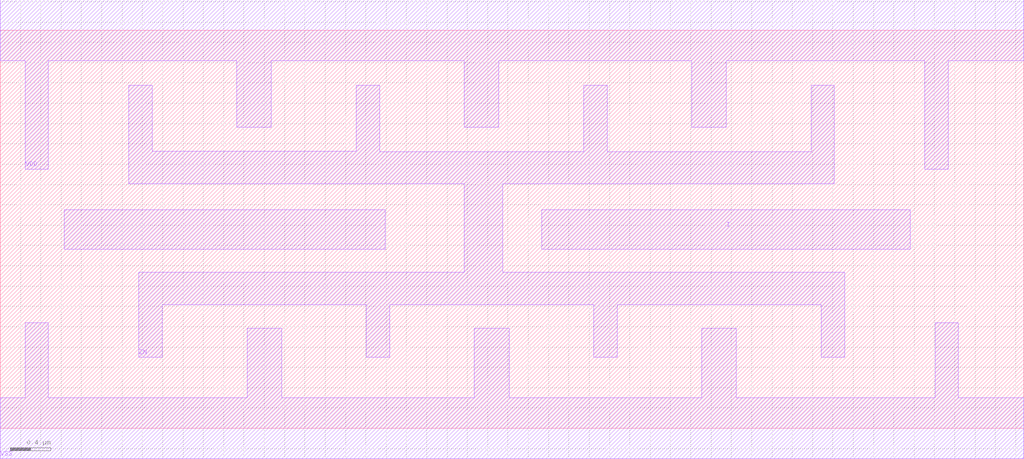
<source format=lef>
# Copyright 2022 GlobalFoundries PDK Authors
#
# Licensed under the Apache License, Version 2.0 (the "License");
# you may not use this file except in compliance with the License.
# You may obtain a copy of the License at
#
#      http://www.apache.org/licenses/LICENSE-2.0
#
# Unless required by applicable law or agreed to in writing, software
# distributed under the License is distributed on an "AS IS" BASIS,
# WITHOUT WARRANTIES OR CONDITIONS OF ANY KIND, either express or implied.
# See the License for the specific language governing permissions and
# limitations under the License.

MACRO gf180mcu_fd_sc_mcu7t5v0__clkinv_8
  CLASS core ;
  FOREIGN gf180mcu_fd_sc_mcu7t5v0__clkinv_8 0.0 0.0 ;
  ORIGIN 0 0 ;
  SYMMETRY X Y ;
  SITE GF018hv5v_mcu_sc7 ;
  SIZE 10.08 BY 3.92 ;
  PIN I
    DIRECTION INPUT ;
    ANTENNAGATEAREA 7.184 ;
    PORT
      LAYER METAL1 ;
        POLYGON 0.63 1.765 3.79 1.765 3.79 2.15 0.63 2.15  ;
        POLYGON 5.33 1.765 8.96 1.765 8.96 2.15 5.33 2.15  ;
    END
  END I
  PIN ZN
    DIRECTION OUTPUT ;
    ANTENNADIFFAREA 4.024 ;
    PORT
      LAYER METAL1 ;
        POLYGON 1.265 2.41 4.57 2.41 4.57 1.535 1.365 1.535 1.365 0.7 1.595 0.7 1.595 1.215 3.605 1.215 3.605 0.7 3.835 0.7 3.835 1.215 5.845 1.215 5.845 0.7 6.075 0.7 6.075 1.215 8.085 1.215 8.085 0.7 8.315 0.7 8.315 1.535 4.95 1.535 4.95 2.41 8.215 2.41 8.215 3.38 7.985 3.38 7.985 2.725 5.975 2.725 5.975 3.38 5.745 3.38 5.745 2.725 3.735 2.725 3.735 3.38 3.505 3.38 3.505 2.73 1.495 2.73 1.495 3.38 1.265 3.38  ;
    END
  END ZN
  PIN VDD
    DIRECTION INOUT ;
    USE power ;
    SHAPE ABUTMENT ;
    PORT
      LAYER METAL1 ;
        POLYGON 0 3.62 0.245 3.62 0.245 2.55 0.475 2.55 0.475 3.62 2.33 3.62 2.33 2.965 2.67 2.965 2.67 3.62 4.57 3.62 4.57 2.965 4.91 2.965 4.91 3.62 6.81 3.62 6.81 2.965 7.15 2.965 7.15 3.62 9.105 3.62 9.105 2.55 9.335 2.55 9.335 3.62 10.08 3.62 10.08 4.22 0 4.22  ;
    END
  END VDD
  PIN VSS
    DIRECTION INOUT ;
    USE ground ;
    SHAPE ABUTMENT ;
    PORT
      LAYER METAL1 ;
        POLYGON 0 -0.3 10.08 -0.3 10.08 0.3 9.435 0.3 9.435 1.04 9.205 1.04 9.205 0.3 7.25 0.3 7.25 0.985 6.91 0.985 6.91 0.3 5.01 0.3 5.01 0.985 4.67 0.985 4.67 0.3 2.77 0.3 2.77 0.985 2.43 0.985 2.43 0.3 0.475 0.3 0.475 1.04 0.245 1.04 0.245 0.3 0 0.3  ;
    END
  END VSS
END gf180mcu_fd_sc_mcu7t5v0__clkinv_8

</source>
